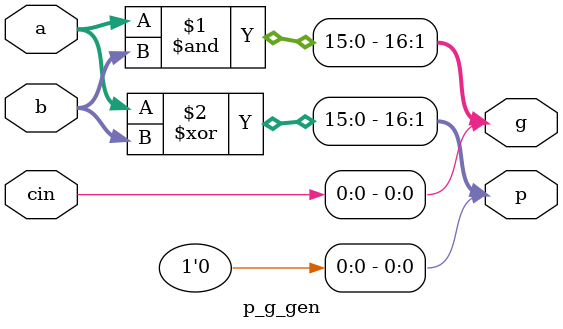
<source format=v>
/* verilator lint_off EOFNEWLINE */
/* verilator lint_off UNUSEDSIGNAL */
module ACA_br_version (
    a,b,cin,sum,cout
);
input [16:1]a,b;
input cin;
output [16:1]sum;
output cout;
wire [16:0]p,g;

p_g_gen u1 (a,b,cin,p,g);

//level1
wire [15:0]pp;
wire [15:0]gnpg_level1;
genvar i;

generate
    for (i=0;i<16;i=i+1) begin
       assign pp[i]=p[i+1]&p[i]; 
       assign gnpg_level1[i]=g[i+1]|(p[i+1]&g[i]);
    end
endgenerate

//level2

wire [13:0]gnpg_level2;
wire [9:0]pppp;
generate
    for (i=0;i<14;i=i+1) begin
       assign gnpg_level2[i]= gnpg_level1[i+2]|(pp[i+2]&gnpg_level1[i]);
    end
endgenerate
generate
    for (i=0;i<10;i=i+1) begin
  assign pppp[i]=pp[i+6]&pp[i+4]; //  pppp[0]=p7p6p5p4, pppp[1]=p8p7p6p5, pppp[2]=p9p8p7p6...
    end
 endgenerate

//level3

// wire [10:0]complex_p;
wire [9:0]complex_gnpg;
generate
    for (i=0;i<10;i=i+1) begin
         assign complex_gnpg[i]=gnpg_level2[i+4] | gnpg_level2[i]&pppp[i];
    end
endgenerate

wire for_6543;
assign for_6543=pp[5]&pp[3];
wire for_5423;
assign for_5423=pp[4]&pp[2];

assign sum[1]=p[1]^cin; 
assign sum[2]=p[2]^gnpg_level1[0];
wire tmp1;
assign tmp1=g[2]|p[2]&gnpg_level1[0];//210

assign sum[3]=p[3]^tmp1;
assign sum[4]=p[4]^gnpg_level2[0];//c3
wire tmp2;
// assign tmp2=g[4]|p[4]&gnpg_level2[0];//c4
assign tmp2=g[4]|p[4]&gnpg_level2[0];
assign sum[5]=p[5]^tmp2;
wire tmp4;
assign tmp4=for_5423&gnpg_level1[0]|gnpg_level2[2];
assign sum[6]=p[6]^tmp4;
wire tmp3;
assign tmp3= for_6543&tmp1| gnpg_level2[3] ;//3456+210
assign sum[7]=p[7]^tmp3;
assign sum[16:8]=p[16:8]^complex_gnpg[8:0];
assign cout=complex_gnpg[9];


endmodule //ACA_cla_version

module p_g_gen (a,b,cin,p,g);

input  [16:1] a,b;
input cin;
output [16:0] p,g;
assign p[0]=0;
assign g[0]=cin;
assign g[16:1]=a[16:1]&b[16:1];
assign p[16:1]=a[16:1]^b[16:1];
endmodule //p_g_gen

</source>
